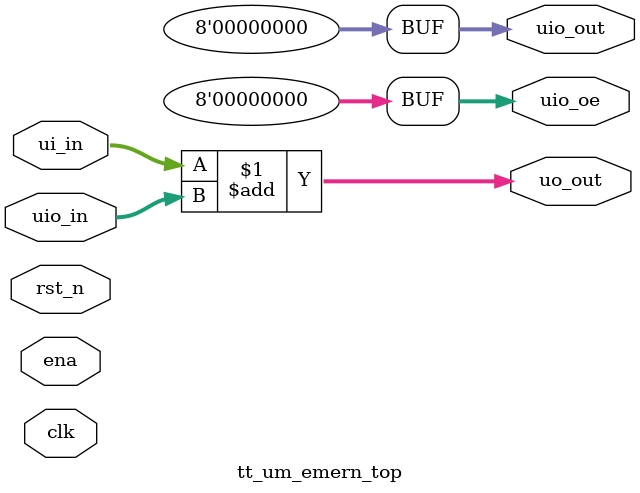
<source format=v>
module tt_um_emern_top(	// file.cleaned.mlir:2:3
  input  [7:0] ui_in,	// file.cleaned.mlir:2:33
               uio_in,	// file.cleaned.mlir:2:49
  input        ena,	// file.cleaned.mlir:2:66
               clk,	// file.cleaned.mlir:2:80
               rst_n,	// file.cleaned.mlir:2:94
  output [7:0] uo_out,	// file.cleaned.mlir:2:111
               uio_out,	// file.cleaned.mlir:2:128
               uio_oe	// file.cleaned.mlir:2:146
);

  assign uo_out = ui_in + uio_in;	// file.cleaned.mlir:4:10, :5:5
  assign uio_out = 8'h0;	// file.cleaned.mlir:3:14, :5:5
  assign uio_oe = 8'h0;	// file.cleaned.mlir:3:14, :5:5
endmodule


</source>
